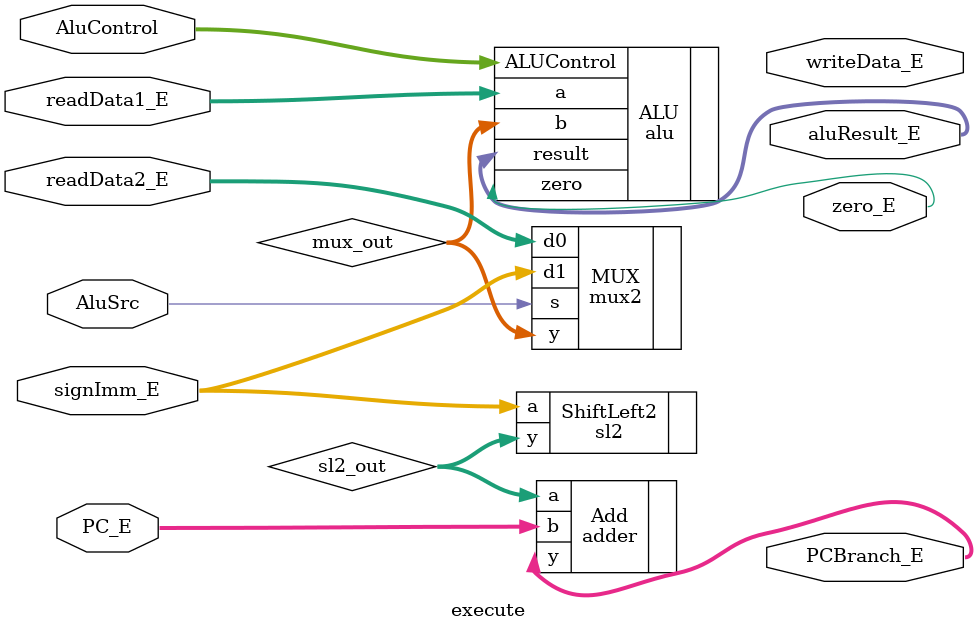
<source format=sv>

module execute
(
	input logic AluSrc,
	input logic [3:0] AluControl,
	input logic [63:0] PC_E, signImm_E, readData1_E, readData2_E,
	output logic [63:0] PCBranch_E, aluResult_E, writeData_E,
	output logic zero_E
);

	// variables internas (temporales)
	logic [63:0] mux_out;
	logic [63:0] sl2_out;

	sl2 #(.N(64)) ShiftLeft2(
		.a(signImm_E),
		.y(sl2_out)
	);
	
	adder #(.N(64)) Add(
		.a(sl2_out),
		.b(PC_E),
		.y(PCBranch_E)
	);
	
	mux2 #(.N(64)) MUX(
		.d0(readData2_E),
		.d1(signImm_E),
		.s(AluSrc),
		.y(mux_out)
	);
	
	alu	ALU (
		.a(readData1_E),
		.b(mux_out),
		.ALUControl(AluControl),
		.result(aluResult_E),
		.zero(zero_E)
	);
	
	
	
	


endmodule 
</source>
